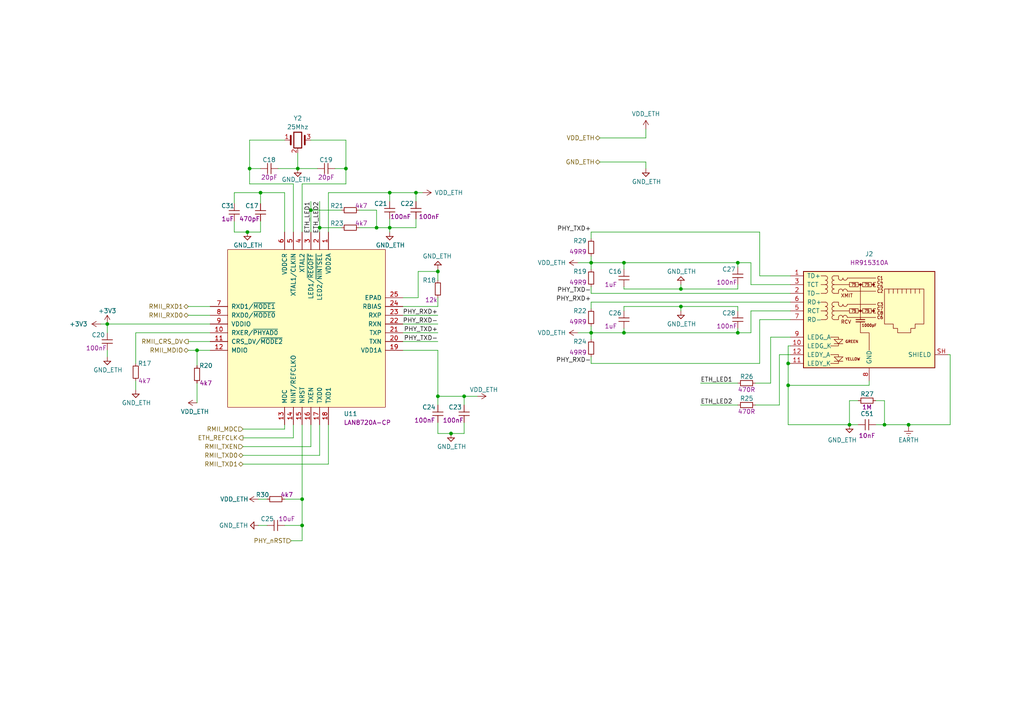
<source format=kicad_sch>
(kicad_sch (version 20230121) (generator eeschema)
  (paper "A4")
  (lib_symbols
    (symbol "DienLIB:C_0603" (pin_numbers hide) (pin_names (offset 0.254) hide)
      (property "Reference" "C" (at 0.254 1.778 0))
      (symbol "C_0603_1_1"
        (polyline (pts (xy -1.524 -0.508) (xy 1.524 -0.508)) (stroke (width 0.2)))
        (polyline (pts (xy -1.524 0.508) (xy 1.524 0.508)) (stroke (width 0.2)))
        (pin passive line (at 0 2.54 270) (length 2.032) (name "~") (number "1"))
        (pin passive line (at 0 -2.54 90) (length 2.032) (name "~") (number "2"))
      )
    )
    (symbol "DienLIB:Crystal_4pin" (pin_names (offset 1.016) hide)
      (property "Reference" "Y" (at 3.175 5.08 0))
      (property "Value" "Crystal_4pin" (at 3.175 3.175 0))
      (symbol "Crystal_4pin_0_1"
        (rectangle (start -1.143 2.286) (end 1.143 -2.286) (stroke (width 0.3048)))
        (polyline (pts (xy -2.54 0) (xy -2.032 0)))
        (polyline (pts (xy -2.032 -1.27) (xy -2.032 1.27)) (stroke (width 0.508)))
        (polyline (pts (xy 0 -2.54) (xy 0 -2.286)))
        (polyline (pts (xy 2.032 -1.27) (xy 2.032 1.27)) (stroke (width 0.508)))
        (polyline (pts (xy 2.032 0) (xy 2.54 0)))
      )
      (symbol "Crystal_4pin_1_1"
        (pin passive line (at -3.81 0 0) (length 1.27) (name "1") (number "1"))
        (pin passive line (at 0 -3.81 90) (length 1.27) (name "2") (number "2"))
        (pin passive line (at 3.81 0 180) (length 1.27) (name "3") (number "3"))
        (pin passive line (at 0 -3.81 90) (length 1.27) hide (name "4") (number "4"))
      )
    )
    (symbol "DienLIB:R_0603" (pin_numbers hide) (pin_names (offset 0.254) hide)
      (property "Reference" "R" (at 0.762 0.508 0))
      (symbol "R_0603_0_1"
        (rectangle (start -0.762 1.778) (end 0.762 -1.778) (stroke (width 0.2032)))
      )
      (symbol "R_0603_1_1"
        (pin passive line (at 0 2.54 270) (length 0.762) (name "~") (number "1"))
        (pin passive line (at 0 -2.54 90) (length 0.762) (name "~") (number "2"))
      )
    )
    (symbol "power:+3.3V" (power) (pin_names (offset 0))
      (property "Value" "+3.3V" (at 0 3.556 0))
      (symbol "+3.3V_0_1"
        (polyline (pts (xy -0.762 1.27) (xy 0 2.54)))
        (polyline (pts (xy 0 0) (xy 0 2.54)))
        (polyline (pts (xy 0 2.54) (xy 0.762 1.27)))
      )
      (symbol "+3.3V_1_1"
        (pin power_in line (at 0 0 90) (length 0) hide (name "+3V3") (number "1"))
      )
    )
    (symbol "power:+3V3" (power) (pin_names (offset 0))
      (property "Value" "+3V3" (at 0 3.556 0))
      (symbol "+3V3_0_1"
        (polyline (pts (xy -0.762 1.27) (xy 0 2.54)))
        (polyline (pts (xy 0 0) (xy 0 2.54)))
        (polyline (pts (xy 0 2.54) (xy 0.762 1.27)))
      )
      (symbol "+3V3_1_1"
        (pin power_in line (at 0 0 90) (length 0) hide (name "+3V3") (number "1"))
      )
    )
    (symbol "project:EARTH" (power) (in_bom no) (on_board no)
      (property "Value" "EARTH" (at 0 -3.81 0))
      (symbol "EARTH_0_1"
        (polyline (pts (xy -0.635 -1.905) (xy 0.635 -1.905)))
        (polyline (pts (xy -0.127 -2.54) (xy 0.127 -2.54)))
        (polyline (pts (xy 0 -1.27) (xy 0 0)))
        (polyline (pts (xy 1.27 -1.27) (xy -1.27 -1.27)))
      )
      (symbol "EARTH_1_1"
        (pin power_in line (at 0 0 270) (length 0) hide (name "EARTH") (number "1"))
      )
    )
    (symbol "project:GND_ETH" (power) (in_bom no) (on_board no)
      (property "Value" "GND_ETH" (at 0 -3.81 0))
      (symbol "GND_ETH_0_1"
        (polyline (pts (xy -1.016 -1.27) (xy 0 -2.286)) (stroke (width 0.2032)))
        (polyline (pts (xy 0 -2.286) (xy 1.016 -1.27)) (stroke (width 0.2032)))
        (polyline (pts (xy 0 -1.27) (xy 0 0)))
        (polyline (pts (xy 1.016 -1.27) (xy -1.016 -1.27) (xy -1.016 -1.27)) (stroke (width 0.2032)))
      )
      (symbol "GND_ETH_1_1"
        (pin power_in line (at 0 0 270) (length 0) hide (name "GND_ETH") (number "1"))
      )
    )
    (symbol "project:HR915310A" (pin_names (offset 1.016))
      (property "Reference" "J" (at -18.415 18.415 0))
      (property "Symbol" "HR915310A" (at 12.065 -13.97 0))
      (symbol "HR915310A_0_0"
        (circle (center -2.54 5.08) (radius 0.254) (stroke (width 0.254)) (fill (type outline)))
        (circle (center -2.54 12.7) (radius 0.254) (stroke (width 0.254)) (fill (type outline)))
        (polyline (pts (xy -7.62 -9.525) (xy -10.16 -9.525)))
        (polyline (pts (xy -7.62 -4.445) (xy -10.16 -4.445)))
        (polyline (pts (xy -2.54 12.7) (xy -2.54 2.54)))
        (polyline (pts (xy -1.27 1.905) (xy -3.81 1.905)) (stroke (width 0.254)))
        (polyline (pts (xy -1.27 2.54) (xy -3.81 2.54)) (stroke (width 0.254)))
        (polyline (pts (xy 1.27 5.08) (xy 0.635 5.08)))
        (polyline (pts (xy 1.27 12.7) (xy 0.635 12.7)))
        (polyline (pts (xy -11.176 -10.16) (xy -8.89 -10.16) (xy -8.89 -9.525)))
        (polyline (pts (xy -11.176 -7.62) (xy -8.89 -7.62) (xy -8.89 -8.255)))
        (polyline (pts (xy -11.176 -2.54) (xy -8.89 -2.54) (xy -8.89 -3.175)))
        (polyline (pts (xy -8.89 -4.445) (xy -8.89 -5.08) (xy -11.176 -5.08)))
        (polyline (pts (xy -10.16 -3.175) (xy -7.62 -3.175) (xy -8.89 -4.445) (xy -10.16 -3.175)))
        (polyline (pts (xy -7.62 -8.255) (xy -10.16 -8.255) (xy -8.89 -9.525) (xy -7.62 -8.255)))
        (polyline (pts (xy -2.54 1.905) (xy -2.54 -1.27) (xy 0 -1.27) (xy 0 -6.35)))
        (polyline (pts (xy 1.905 5.715) (xy 1.27 5.715) (xy 1.27 4.445) (xy 1.905 4.445)))
        (polyline (pts (xy 1.905 13.335) (xy 1.27 13.335) (xy 1.27 12.065) (xy 1.905 12.065)))
        (circle (center 1.27 5.08) (radius 0.254) (stroke (width 0.254)) (fill (type outline)))
        (circle (center 1.27 12.7) (radius 0.254) (stroke (width 0.254)) (fill (type outline)))
        (text "1000pF" (at 0 0.889 0) (effects (font (size 0.762 0.762))))
        (text "75" (at -4.445 5.08 0) (effects (font (size 0.762 0.762))))
        (text "75" (at -4.445 12.7 0) (effects (font (size 0.762 0.762))))
        (text "75" (at -0.635 5.08 0) (effects (font (size 0.762 0.762))))
        (text "75" (at -0.635 12.7 0) (effects (font (size 0.762 0.762))))
        (text "C1" (at 3.175 14.605 0) (effects (font (size 0.889 0.889))))
        (text "C2" (at 3.175 10.795 0) (effects (font (size 0.889 0.889))))
        (text "C3" (at 3.175 6.985 0) (effects (font (size 0.889 0.889))))
        (text "C4" (at 3.175 13.335 0) (effects (font (size 0.889 0.889))))
        (text "C5" (at 3.175 12.065 0) (effects (font (size 0.889 0.889))))
        (text "C6" (at 3.175 3.175 0) (effects (font (size 0.889 0.889))))
        (text "C7" (at 3.175 5.715 0) (effects (font (size 0.889 0.889))))
        (text "C8" (at 3.175 4.445 0) (effects (font (size 0.889 0.889))))
        (text "GREEN" (at -6.985 -3.81 0) (effects (font (size 0.762 0.762)) (justify left)))
        (text "RCV" (at -8.255 1.905 0) (effects (font (size 1.016 1.016)) (justify left)))
        (text "XMIT" (at -8.255 9.525 0) (effects (font (size 1.016 1.016)) (justify left)))
        (text "YELLOW" (at -6.985 -8.89 0) (effects (font (size 0.762 0.762)) (justify left)))
      )
      (symbol "HR915310A_0_1"
        (rectangle (start -19.05 -11.43) (end 19.05 16.51) (stroke (width 0.254)) (fill (type background)))
        (arc (start -12.7 2.54) (mid -12.0677 3.175) (end -12.7 3.81))
        (arc (start -12.7 3.81) (mid -12.0677 4.445) (end -12.7 5.08))
        (arc (start -12.7 5.08) (mid -12.0677 5.715) (end -12.7 6.35))
        (arc (start -12.7 6.35) (mid -12.0677 6.985) (end -12.7 7.62))
        (arc (start -12.7 10.16) (mid -12.0677 10.795) (end -12.7 11.43))
        (arc (start -12.7 11.43) (mid -12.0677 12.065) (end -12.7 12.7))
        (arc (start -12.7 12.7) (mid -12.0677 13.335) (end -12.7 13.97))
        (arc (start -12.7 13.97) (mid -12.0677 14.605) (end -12.7 15.24))
        (arc (start -10.16 3.81) (mid -10.7923 3.175) (end -10.16 2.54))
        (arc (start -10.16 5.08) (mid -10.7923 4.445) (end -10.16 3.81))
        (arc (start -10.16 6.35) (mid -10.7923 5.715) (end -10.16 5.08))
        (arc (start -10.16 7.62) (mid -10.7923 6.985) (end -10.16 6.35))
        (arc (start -10.16 11.43) (mid -10.7923 10.795) (end -10.16 10.16))
        (arc (start -10.16 12.7) (mid -10.7923 12.065) (end -10.16 11.43))
        (arc (start -10.16 13.97) (mid -10.7923 13.335) (end -10.16 12.7))
        (arc (start -10.16 15.24) (mid -10.7923 14.605) (end -10.16 13.97))
        (arc (start -8.89 6.985) (mid -8.255 6.3527) (end -7.62 6.985))
        (arc (start -8.89 14.605) (mid -8.255 13.9727) (end -7.62 14.605))
        (arc (start -7.62 3.175) (mid -8.255 3.8073) (end -8.89 3.175))
        (arc (start -7.62 6.985) (mid -6.985 6.3527) (end -6.35 6.985))
        (arc (start -7.62 10.795) (mid -8.255 11.4273) (end -8.89 10.795))
        (arc (start -7.62 14.605) (mid -6.985 13.9727) (end -6.35 14.605))
        (arc (start -6.35 3.175) (mid -6.985 3.8073) (end -7.62 3.175))
        (arc (start -6.35 10.795) (mid -6.985 11.4273) (end -7.62 10.795))
        (rectangle (start -5.715 5.715) (end -3.175 4.445))
        (rectangle (start -5.715 13.335) (end -3.175 12.065))
        (rectangle (start -1.905 5.715) (end 0.635 4.445))
        (rectangle (start -1.905 13.335) (end 0.635 12.065))
        (polyline (pts (xy -12.7 2.54) (xy -13.97 2.54)))
        (polyline (pts (xy -12.7 5.08) (xy -13.97 5.08)))
        (polyline (pts (xy -12.7 7.62) (xy -13.97 7.62)))
        (polyline (pts (xy -12.7 10.16) (xy -13.97 10.16)))
        (polyline (pts (xy -12.7 12.7) (xy -13.97 12.7)))
        (polyline (pts (xy -12.7 15.24) (xy -13.97 15.24)))
        (polyline (pts (xy -6.35 3.175) (xy 1.905 3.175)))
        (polyline (pts (xy -6.35 6.985) (xy 1.905 6.985)))
        (polyline (pts (xy -6.35 10.795) (xy 1.905 10.795)))
        (polyline (pts (xy -6.35 14.605) (xy 1.905 14.605)))
        (polyline (pts (xy -5.715 5.08) (xy -10.16 5.08)))
        (polyline (pts (xy -5.715 12.7) (xy -10.16 12.7)))
        (polyline (pts (xy -3.175 5.08) (xy -1.905 5.08)))
        (polyline (pts (xy -3.175 12.7) (xy -1.905 12.7)))
        (polyline (pts (xy 5.715 10.16) (xy 5.715 11.43)))
        (polyline (pts (xy 6.985 11.43) (xy 6.985 10.16)))
        (polyline (pts (xy 8.255 11.43) (xy 8.255 10.16)))
        (polyline (pts (xy 9.525 11.43) (xy 9.525 10.16)))
        (polyline (pts (xy 10.795 11.43) (xy 10.795 10.16)))
        (polyline (pts (xy 12.065 11.43) (xy 12.065 10.16)))
        (polyline (pts (xy 13.335 10.16) (xy 13.335 11.43)))
        (polyline (pts (xy 14.605 10.16) (xy 14.605 11.43)))
        (polyline (pts (xy -10.16 7.62) (xy -8.89 7.62) (xy -8.89 6.985)))
        (polyline (pts (xy -10.16 15.24) (xy -8.89 15.24) (xy -8.89 14.605)))
        (polyline (pts (xy -8.89 3.175) (xy -8.89 2.54) (xy -10.16 2.54)))
        (polyline (pts (xy -8.89 10.795) (xy -8.89 10.16) (xy -10.16 10.16)))
        (polyline (pts (xy 4.445 11.43) (xy 15.875 11.43) (xy 15.875 1.27) (xy 13.335 1.27) (xy 13.335 0) (xy 12.065 0) (xy 12.065 -1.27) (xy 8.255 -1.27) (xy 8.255 0) (xy 6.985 0) (xy 6.985 1.27) (xy 4.445 1.27) (xy 4.445 11.43)))
      )
      (symbol "HR915310A_1_1"
        (pin passive line (at -22.86 15.24 0) (length 3.81) (name "TD+") (number "1"))
        (pin passive line (at -22.86 -5.08 0) (length 3.81) (name "LEDG_K") (number "10"))
        (pin passive line (at -22.86 -10.16 0) (length 3.81) (name "LEDY_K") (number "11"))
        (pin passive line (at -22.86 -7.62 0) (length 3.81) (name "LEDY_A") (number "12"))
        (pin passive line (at -22.86 10.16 0) (length 3.81) (name "TD-") (number "2"))
        (pin passive line (at -22.86 12.7 0) (length 3.81) (name "TCT") (number "3"))
        (pin no_connect line (at -8.89 0 0) (length 0) hide (name "NC") (number "4"))
        (pin passive line (at -22.86 5.08 0) (length 3.81) (name "RCT") (number "5"))
        (pin passive line (at -22.86 7.62 0) (length 3.81) (name "RD+") (number "6"))
        (pin passive line (at -22.86 2.54 0) (length 3.81) (name "RD-") (number "7"))
        (pin power_in line (at 0 -15.24 90) (length 3.81) (name "GND") (number "8"))
        (pin passive line (at -22.86 -2.54 0) (length 3.81) (name "LEDG_A") (number "9"))
        (pin passive line (at 22.86 -7.62 180) (length 3.81) (name "SHIELD") (number "SH"))
      )
    )
    (symbol "project:LAN8720A-CP" (pin_names (offset 1.016))
      (property "Reference" "U" (at -20.955 24.765 0))
      (property "Symbol" "LAN8720A-CP" (at 15.875 -24.765 0))
      (symbol "LAN8720A-CP_0_0"
        (pin passive line (at -27.94 6.35 0) (length 5.08) (name "VDD2A") (number "1"))
        (pin passive line (at 1.27 -27.94 90) (length 5.08) (name "RXER/~{PHYAD0}") (number "10"))
        (pin passive line (at 3.81 -27.94 90) (length 5.08) (name "CRS_DV/~{MODE2}") (number "11"))
        (pin passive line (at 6.35 -27.94 90) (length 5.08) (name "MDIO") (number "12"))
        (pin passive line (at 27.94 -6.35 180) (length 5.08) (name "MDC") (number "13"))
        (pin passive line (at 27.94 -3.81 180) (length 5.08) (name "NINT/REFCLKO") (number "14"))
        (pin passive line (at 27.94 -1.27 180) (length 5.08) (name "NRST") (number "15"))
        (pin passive line (at 27.94 1.27 180) (length 5.08) (name "TXEN") (number "16"))
        (pin passive line (at 27.94 3.81 180) (length 5.08) (name "TXD0") (number "17"))
        (pin passive line (at 27.94 6.35 180) (length 5.08) (name "TXD1") (number "18"))
        (pin passive line (at 6.35 27.94 270) (length 5.08) (name "VDD1A") (number "19"))
        (pin passive line (at -27.94 3.81 0) (length 5.08) (name "LED2/~{NINTSEL}") (number "2"))
        (pin passive line (at 3.81 27.94 270) (length 5.08) (name "TXN") (number "20"))
        (pin passive line (at 1.27 27.94 270) (length 5.08) (name "TXP") (number "21"))
        (pin passive line (at -1.27 27.94 270) (length 5.08) (name "RXN") (number "22"))
        (pin passive line (at -3.81 27.94 270) (length 5.08) (name "RXP") (number "23"))
        (pin passive line (at -6.35 27.94 270) (length 5.08) (name "RBIAS") (number "24"))
        (pin passive line (at -8.89 27.94 270) (length 5.08) (name "EPAD") (number "25"))
        (pin passive line (at -27.94 1.27 0) (length 5.08) (name "LED1/~{REGOFF}") (number "3"))
        (pin passive line (at -27.94 -1.27 0) (length 5.08) (name "XTAL2") (number "4"))
        (pin passive line (at -27.94 -3.81 0) (length 5.08) (name "XTAL1/CLKIN") (number "5"))
        (pin passive line (at -27.94 -6.35 0) (length 5.08) (name "VDDCR") (number "6"))
        (pin passive line (at -6.35 -27.94 90) (length 5.08) (name "RXD1/~{MODE1}") (number "7"))
        (pin passive line (at -3.81 -27.94 90) (length 5.08) (name "RXD0/~{MODE0}") (number "8"))
        (pin passive line (at -1.27 -27.94 90) (length 5.08) (name "VDDIO") (number "9"))
      )
      (symbol "LAN8720A-CP_0_1"
        (polyline (pts (xy -22.86 22.86) (xy 22.86 22.86) (xy 22.86 -22.86) (xy -22.86 -22.86) (xy -22.86 22.86)) (stroke (width 0.1524)) (fill (type background)))
      )
    )
    (symbol "project:VDD_ETH" (power) (in_bom no) (on_board no)
      (property "Value" "VDD_ETH" (at 0 -1.27 0))
      (symbol "VDD_ETH_0_0"
        (pin power_in line (at 0 0 90) (length 0) hide (name "VDD_ETH") (number "1"))
      )
      (symbol "VDD_ETH_0_1"
        (polyline (pts (xy -0.762 1.27) (xy 0 2.54)))
        (polyline (pts (xy 0 0) (xy 0 2.54)))
        (polyline (pts (xy 0 2.54) (xy 0.762 1.27)))
      )
    )
  )
  (junction (at 263.525 123.19))
  (junction (at 197.485 88.9))
  (junction (at 75.565 55.88))
  (junction (at 57.15 101.6))
  (junction (at 86.36 48.895))
  (junction (at 87.63 152.4))
  (junction (at 228.6 111.76))
  (junction (at 72.39 48.895))
  (junction (at 180.975 76.2))
  (junction (at 71.755 67.31))
  (junction (at 171.45 96.52))
  (junction (at 134.62 114.935))
  (junction (at 92.71 66.04))
  (junction (at 109.22 66.04))
  (junction (at 90.17 60.96))
  (junction (at 180.975 96.52))
  (junction (at 246.38 123.19))
  (junction (at 113.03 66.04))
  (junction (at 120.65 55.88))
  (junction (at 113.03 55.88))
  (junction (at 127 78.74))
  (junction (at 130.81 125.73))
  (junction (at 87.63 144.78))
  (junction (at 213.995 76.2))
  (junction (at 31.115 93.98))
  (junction (at 256.54 123.19))
  (junction (at 213.995 96.52))
  (junction (at 127 114.935))
  (junction (at 100.33 48.895))
  (junction (at 171.45 76.2))
  (junction (at 228.6 105.41))
  (junction (at 197.485 83.82))
  (wire (pts (xy 71.755 67.31) (xy 75.565 67.31)))
  (wire (pts (xy 87.63 53.34) (xy 100.33 53.34)))
  (wire (pts (xy 220.345 92.71) (xy 229.235 92.71)))
  (wire (pts (xy 87.63 53.34) (xy 87.63 67.31)))
  (wire (pts (xy 219.075 117.475) (xy 226.06 117.475)))
  (wire (pts (xy 228.6 105.41) (xy 228.6 111.76)))
  (wire (pts (xy 31.115 93.98) (xy 60.96 93.98)))
  (wire (pts (xy 31.115 101.6) (xy 31.115 103.505)))
  (wire (pts (xy 220.345 80.01) (xy 220.345 67.31)))
  (wire (pts (xy 113.03 66.04) (xy 120.65 66.04)))
  (wire (pts (xy 134.62 122.555) (xy 134.62 125.73)))
  (wire (pts (xy 92.71 66.04) (xy 99.06 66.04)))
  (wire (pts (xy 29.21 93.98) (xy 31.115 93.98)))
  (wire (pts (xy 127 93.98) (xy 116.84 93.98)))
  (wire (pts (xy 213.995 76.2) (xy 213.995 77.47)))
  (wire (pts (xy 113.03 63.5) (xy 113.03 66.04)))
  (wire (pts (xy 120.65 55.88) (xy 120.65 58.42)))
  (wire (pts (xy 104.14 66.04) (xy 109.22 66.04)))
  (wire (pts (xy 180.975 88.9) (xy 197.485 88.9)))
  (wire (pts (xy 82.55 152.4) (xy 87.63 152.4)))
  (wire (pts (xy 223.52 97.79) (xy 229.235 97.79)))
  (wire (pts (xy 167.64 96.52) (xy 171.45 96.52)))
  (wire (pts (xy 228.6 111.76) (xy 252.095 111.76)))
  (wire (pts (xy 113.03 55.88) (xy 113.03 58.42)))
  (wire (pts (xy 228.6 100.33) (xy 228.6 105.41)))
  (wire (pts (xy 180.975 83.82) (xy 197.485 83.82)))
  (wire (pts (xy 228.6 111.76) (xy 228.6 123.19)))
  (wire (pts (xy 203.2 111.125) (xy 213.995 111.125)))
  (wire (pts (xy 92.71 66.04) (xy 92.71 67.31)))
  (wire (pts (xy 263.525 123.19) (xy 275.59 123.19)))
  (wire (pts (xy 171.45 67.31) (xy 171.45 69.215)))
  (wire (pts (xy 72.39 53.34) (xy 72.39 48.895)))
  (wire (pts (xy 197.485 83.82) (xy 213.995 83.82)))
  (wire (pts (xy 116.84 86.36) (xy 121.285 86.36)))
  (wire (pts (xy 180.975 76.2) (xy 180.975 78.105)))
  (wire (pts (xy 171.45 96.52) (xy 180.975 96.52)))
  (wire (pts (xy 187.325 37.465) (xy 187.325 40.005)))
  (wire (pts (xy 127 78.74) (xy 127 81.28)))
  (wire (pts (xy 57.15 101.6) (xy 60.96 101.6)))
  (wire (pts (xy 171.45 76.2) (xy 171.45 78.105)))
  (wire (pts (xy 87.63 144.78) (xy 87.63 152.4)))
  (wire (pts (xy 116.84 101.6) (xy 127 101.6)))
  (wire (pts (xy 39.37 110.49) (xy 39.37 113.03)))
  (wire (pts (xy 100.33 40.64) (xy 100.33 48.895)))
  (wire (pts (xy 39.37 105.41) (xy 39.37 96.52)))
  (wire (pts (xy 31.115 93.98) (xy 31.115 96.52)))
  (wire (pts (xy 171.45 87.63) (xy 171.45 89.535)))
  (wire (pts (xy 92.71 58.42) (xy 92.71 66.04)))
  (wire (pts (xy 85.09 67.31) (xy 85.09 53.34)))
  (wire (pts (xy 120.65 63.5) (xy 120.65 66.04)))
  (wire (pts (xy 100.33 53.34) (xy 100.33 48.895)))
  (wire (pts (xy 275.59 102.87) (xy 275.59 123.19)))
  (wire (pts (xy 72.39 48.895) (xy 72.39 40.64)))
  (wire (pts (xy 223.52 111.125) (xy 223.52 97.79)))
  (wire (pts (xy 74.93 144.78) (xy 77.47 144.78)))
  (wire (pts (xy 95.25 123.19) (xy 95.25 134.62)))
  (wire (pts (xy 54.61 101.6) (xy 57.15 101.6)))
  (wire (pts (xy 90.17 58.42) (xy 90.17 60.96)))
  (wire (pts (xy 130.81 125.73) (xy 134.62 125.73)))
  (wire (pts (xy 82.55 123.19) (xy 82.55 124.46)))
  (wire (pts (xy 75.565 64.135) (xy 75.565 67.31)))
  (wire (pts (xy 171.45 85.09) (xy 229.235 85.09)))
  (wire (pts (xy 90.17 60.96) (xy 99.06 60.96)))
  (wire (pts (xy 171.45 74.295) (xy 171.45 76.2)))
  (wire (pts (xy 220.345 92.71) (xy 220.345 105.41)))
  (wire (pts (xy 246.38 116.205) (xy 246.38 123.19)))
  (wire (pts (xy 134.62 114.935) (xy 134.62 117.475)))
  (wire (pts (xy 213.995 88.9) (xy 213.995 90.17)))
  (wire (pts (xy 226.06 102.87) (xy 226.06 117.475)))
  (wire (pts (xy 67.945 55.88) (xy 67.945 59.055)))
  (wire (pts (xy 90.17 40.64) (xy 100.33 40.64)))
  (wire (pts (xy 85.09 123.19) (xy 85.09 127)))
  (wire (pts (xy 171.45 83.185) (xy 171.45 85.09)))
  (wire (pts (xy 70.485 132.08) (xy 92.71 132.08)))
  (wire (pts (xy 72.39 48.895) (xy 75.565 48.895)))
  (wire (pts (xy 127 99.06) (xy 116.84 99.06)))
  (wire (pts (xy 171.45 87.63) (xy 229.235 87.63)))
  (wire (pts (xy 197.485 82.55) (xy 197.485 83.82)))
  (wire (pts (xy 171.45 96.52) (xy 171.45 98.425)))
  (wire (pts (xy 67.945 64.135) (xy 67.945 67.31)))
  (wire (pts (xy 70.485 127) (xy 85.09 127)))
  (wire (pts (xy 57.15 111.125) (xy 57.15 116.84)))
  (wire (pts (xy 127 101.6) (xy 127 114.935)))
  (wire (pts (xy 54.61 88.9) (xy 60.96 88.9)))
  (wire (pts (xy 104.14 60.96) (xy 109.22 60.96)))
  (wire (pts (xy 82.55 67.31) (xy 82.55 55.88)))
  (wire (pts (xy 256.54 123.19) (xy 263.525 123.19)))
  (wire (pts (xy 246.38 123.19) (xy 248.92 123.19)))
  (wire (pts (xy 173.99 46.99) (xy 187.325 46.99)))
  (wire (pts (xy 213.995 82.55) (xy 213.995 83.82)))
  (wire (pts (xy 120.65 55.88) (xy 122.555 55.88)))
  (wire (pts (xy 127 88.9) (xy 116.84 88.9)))
  (wire (pts (xy 180.975 76.2) (xy 213.995 76.2)))
  (wire (pts (xy 75.565 55.88) (xy 75.565 59.055)))
  (wire (pts (xy 219.075 111.125) (xy 223.52 111.125)))
  (wire (pts (xy 85.09 53.34) (xy 72.39 53.34)))
  (wire (pts (xy 127 91.44) (xy 116.84 91.44)))
  (wire (pts (xy 127 78.105) (xy 127 78.74)))
  (wire (pts (xy 167.64 76.2) (xy 171.45 76.2)))
  (wire (pts (xy 75.565 55.88) (xy 82.55 55.88)))
  (wire (pts (xy 87.63 144.78) (xy 87.63 123.19)))
  (wire (pts (xy 127 86.36) (xy 127 88.9)))
  (wire (pts (xy 92.71 123.19) (xy 92.71 132.08)))
  (wire (pts (xy 180.975 95.25) (xy 180.975 96.52)))
  (wire (pts (xy 187.325 46.99) (xy 187.325 48.895)))
  (wire (pts (xy 127 96.52) (xy 116.84 96.52)))
  (wire (pts (xy 57.15 101.6) (xy 57.15 106.045)))
  (wire (pts (xy 90.17 60.96) (xy 90.17 67.31)))
  (wire (pts (xy 127 122.555) (xy 127 125.73)))
  (wire (pts (xy 228.6 123.19) (xy 246.38 123.19)))
  (wire (pts (xy 197.485 88.9) (xy 197.485 90.17)))
  (wire (pts (xy 171.45 94.615) (xy 171.45 96.52)))
  (wire (pts (xy 95.25 55.88) (xy 95.25 67.31)))
  (wire (pts (xy 213.995 95.25) (xy 213.995 96.52)))
  (wire (pts (xy 217.805 90.17) (xy 217.805 96.52)))
  (wire (pts (xy 217.805 82.55) (xy 229.235 82.55)))
  (wire (pts (xy 197.485 88.9) (xy 213.995 88.9)))
  (wire (pts (xy 97.155 48.895) (xy 100.33 48.895)))
  (wire (pts (xy 213.995 96.52) (xy 217.805 96.52)))
  (wire (pts (xy 263.525 123.19) (xy 263.525 123.825)))
  (wire (pts (xy 203.2 117.475) (xy 213.995 117.475)))
  (wire (pts (xy 180.975 83.185) (xy 180.975 83.82)))
  (wire (pts (xy 138.43 114.935) (xy 134.62 114.935)))
  (wire (pts (xy 90.17 123.19) (xy 90.17 129.54)))
  (wire (pts (xy 113.03 55.88) (xy 120.65 55.88)))
  (wire (pts (xy 127 114.935) (xy 127 117.475)))
  (wire (pts (xy 171.45 76.2) (xy 180.975 76.2)))
  (wire (pts (xy 254 123.19) (xy 256.54 123.19)))
  (wire (pts (xy 217.805 90.17) (xy 229.235 90.17)))
  (wire (pts (xy 95.25 55.88) (xy 113.03 55.88)))
  (wire (pts (xy 171.45 67.31) (xy 220.345 67.31)))
  (wire (pts (xy 173.99 40.005) (xy 187.325 40.005)))
  (wire (pts (xy 70.485 134.62) (xy 95.25 134.62)))
  (wire (pts (xy 113.03 67.31) (xy 113.03 66.04)))
  (wire (pts (xy 134.62 114.935) (xy 127 114.935)))
  (wire (pts (xy 67.945 55.88) (xy 75.565 55.88)))
  (wire (pts (xy 70.485 129.54) (xy 90.17 129.54)))
  (wire (pts (xy 229.235 102.87) (xy 226.06 102.87)))
  (wire (pts (xy 54.61 99.06) (xy 60.96 99.06)))
  (wire (pts (xy 171.45 103.505) (xy 171.45 105.41)))
  (wire (pts (xy 229.235 105.41) (xy 228.6 105.41)))
  (wire (pts (xy 256.54 123.19) (xy 256.54 116.205)))
  (wire (pts (xy 121.285 78.74) (xy 127 78.74)))
  (wire (pts (xy 72.39 40.64) (xy 82.55 40.64)))
  (wire (pts (xy 246.38 116.205) (xy 248.92 116.205)))
  (wire (pts (xy 217.805 82.55) (xy 217.805 76.2)))
  (wire (pts (xy 213.995 76.2) (xy 217.805 76.2)))
  (wire (pts (xy 80.645 48.895) (xy 86.36 48.895)))
  (wire (pts (xy 86.36 48.895) (xy 92.075 48.895)))
  (wire (pts (xy 229.235 100.33) (xy 228.6 100.33)))
  (wire (pts (xy 180.975 88.9) (xy 180.975 90.17)))
  (wire (pts (xy 127 125.73) (xy 130.81 125.73)))
  (wire (pts (xy 109.22 66.04) (xy 113.03 66.04)))
  (wire (pts (xy 171.45 105.41) (xy 220.345 105.41)))
  (wire (pts (xy 87.63 156.845) (xy 87.63 152.4)))
  (wire (pts (xy 86.36 44.45) (xy 86.36 48.895)))
  (wire (pts (xy 82.55 144.78) (xy 87.63 144.78)))
  (wire (pts (xy 180.975 96.52) (xy 213.995 96.52)))
  (wire (pts (xy 74.93 152.4) (xy 77.47 152.4)))
  (wire (pts (xy 109.22 60.96) (xy 109.22 66.04)))
  (wire (pts (xy 84.455 156.845) (xy 87.63 156.845)))
  (wire (pts (xy 252.095 110.49) (xy 252.095 111.76)))
  (wire (pts (xy 70.485 124.46) (xy 82.55 124.46)))
  (wire (pts (xy 220.345 80.01) (xy 229.235 80.01)))
  (wire (pts (xy 121.285 86.36) (xy 121.285 78.74)))
  (wire (pts (xy 274.955 102.87) (xy 275.59 102.87)))
  (wire (pts (xy 39.37 96.52) (xy 60.96 96.52)))
  (wire (pts (xy 67.945 67.31) (xy 71.755 67.31)))
  (wire (pts (xy 54.61 91.44) (xy 60.96 91.44)))
  (wire (pts (xy 254 116.205) (xy 256.54 116.205)))
  (label "ETH_LED1" (at 90.17 58.42 270))
  (label "PHY_TXD+" (at 171.45 67.31 180))
  (label "ETH_LED2" (at 203.2 117.475 0))
  (label "PHY_TXD-" (at 171.45 85.09 180))
  (label "ETH_LED2" (at 92.71 58.42 270))
  (label "PHY_TXD+" (at 127 96.52 180))
  (label "ETH_LED1" (at 203.2 111.125 0))
  (label "PHY_RXD+" (at 171.45 87.63 180))
  (label "PHY_RXD+" (at 127 91.44 180))
  (label "PHY_TXD-" (at 127 99.06 180))
  (label "PHY_RXD-" (at 127 93.98 180))
  (label "PHY_RXD-" (at 171.45 105.41 180))
  (hierarchical_label "ETH_REFCLK" (shape output) (at 70.485 127 180))
  (hierarchical_label "RMII_TXD1" (shape bidirectional) (at 70.485 134.62 180))
  (hierarchical_label "VDD_ETH" (shape bidirectional) (at 173.99 40.005 180))
  (hierarchical_label "RMII_RXD1" (shape bidirectional) (at 54.61 88.9 180))
  (hierarchical_label "RMII_RXD0" (shape bidirectional) (at 54.61 91.44 180))
  (hierarchical_label "RMII_TXD0" (shape bidirectional) (at 70.485 132.08 180))
  (hierarchical_label "RMII_MDIO" (shape bidirectional) (at 54.61 101.6 180))
  (hierarchical_label "PHY_nRST" (shape input) (at 84.455 156.845 180))
  (hierarchical_label "RMII_MDC" (shape input) (at 70.485 124.46 180))
  (hierarchical_label "GND_ETH" (shape bidirectional) (at 173.99 46.99 180))
  (hierarchical_label "RMII_TXEN" (shape input) (at 70.485 129.54 180))
  (hierarchical_label "RMII_CRS_DV" (shape output) (at 54.61 99.06 180))
  (symbol (lib_id "DienLIB:C_0603") (at 134.62 120.015 180) (unit 1)
    (property "Reference" "C23" (at 133.985 118.11 0) (effects (justify left)))
    (property "Value" "100nF_50V" (effects hide))
    (property "Footprint" "DienLIB:C_0603" (effects hide))
    (property "symbol" "100nF" (at 131.445 121.92 0))
  )
  (symbol (lib_id "project:GND_ETH") (at 74.93 152.4 270) (unit 1) (in_bom no) (on_board no)
    (property "Reference" "#PWR034" (effects hide))
    (property "Value" "GND_ETH" (at 63.5 152.4 90) (effects (justify left)))
    (instances (project "gateway" (path "" (reference "#PWR034") (unit 1))) (project "main" (path "" (reference "#PWR065") (unit 1))))
  )
  (symbol (lib_id "DienLIB:R_0603") (at 171.45 92.075 180) (unit 1)
    (property "Reference" "R22" (at 170.18 90.17 0) (effects (justify left)))
    (property "Value" "49R9_1%_0.1W" (effects hide))
    (property "Footprint" "DienLIB:R_0603" (effects hide))
    (property "symbol" "49R9" (at 167.64 93.345 0))
  )
  (symbol (lib_id "DienLIB:C_0603") (at 67.945 61.595 0) (unit 1)
    (property "Reference" "C31" (at 64.135 59.69 0) (effects (justify left)))
    (property "Value" "1uF_50V" (effects hide))
    (property "Footprint" "DienLIB:C_0603" (effects hide))
    (property "symbol" "1uF" (at 66.04 63.5 0))
  )
  (symbol (lib_id "project:VDD_ETH") (at 167.64 76.2 90) (unit 1) (in_bom no) (on_board no)
    (property "Reference" "#PWR043" (effects hide))
    (property "Value" "VDD_ETH" (at 160.02 76.2 90))
    (instances (project "gateway" (path "" (reference "#PWR043") (unit 1))) (project "main" (path "" (reference "#PWR052") (unit 1))))
  )
  (symbol (lib_id "DienLIB:C_0603") (at 31.115 99.06 180) (unit 1)
    (property "Reference" "C20" (at 30.48 97.155 0) (effects (justify left)))
    (property "Value" "100nF_50V" (effects hide))
    (property "Footprint" "DienLIB:C_0603" (effects hide))
    (property "symbol" "100nF" (at 27.94 100.965 0))
  )
  (symbol (lib_id "DienLIB:C_0603") (at 80.01 152.4 270) (unit 1)
    (property "Reference" "C25" (at 75.565 150.495 90) (effects (justify left)))
    (property "Value" "10uF_50V" (effects hide))
    (property "Footprint" "DienLIB:C_0603" (effects hide))
    (property "symbol" "10uF" (at 83.185 150.495 90))
  )
  (symbol (lib_id "project:HR915310A") (at 252.095 95.25 0) (unit 1)
    (property "Reference" "J2" (at 252.095 73.66 0))
    (property "Value" "HR915310A" (effects hide))
    (property "Footprint" "DienLIB:Ethernet-Conn_HR911105A" (effects hide))
    (property "Datasheet" "https://datasheet.lcsc.com/lcsc/2103161035_HANRUN-Zhongshan-HanRun-Elec-HR915310A_C2760326.pdf" (effects hide))
    (property "Symbol" "HR915310A" (at 252.095 76.2 0))
    (property "Mfg Part" "HR915310A" (effects hide))
    (property "Note" "https://lcsc.com/product-detail/Ethernet-Connectors-Modular-Connectors-RJ45-RJ11_HANRUN-Zhongshan-HanRun-Elec-HR915310A_C2760326.html" (effects hide))
    (property "Manufacturer" "HANRUN(Zhongshan HanRun Elec)" (effects hide))
    (property "Package" "Through Hole" (effects hide))
    (property "Description" "Tên trong codebook" (effects hide))
    (property "Codebook" "Codebook đăng kí ở solarBK" (effects hide))
    (property "Substitute" "Link mua hàng từ thegioiic,.. (nhà cung cấp trong nước)" (effects hide))
    (instances (project "gateway" (path "" (reference "J2") (unit 1))) (project "main" (path "" (reference "J4") (unit 1))))
  )
  (symbol (lib_id "project:GND_ETH") (at 86.36 48.895 0) (unit 1) (in_bom no) (on_board no)
    (property "Reference" "#PWR036" (effects hide))
    (property "Value" "GND_ETH" (at 90.17 52.07 0) (effects (justify right)))
    (instances (project "gateway" (path "" (reference "#PWR036") (unit 1))) (project "main" (path "" (reference "#PWR046") (unit 1))))
  )
  (symbol (lib_id "project:GND_ETH") (at 130.81 125.73 0) (unit 1) (in_bom no) (on_board no)
    (property "Reference" "#PWR041" (effects hide))
    (property "Value" "GND_ETH" (at 135.255 129.54 0) (effects (justify right)))
    (instances (project "gateway" (path "" (reference "#PWR041") (unit 1))) (project "main" (path "" (reference "#PWR061") (unit 1))))
  )
  (symbol (lib_id "project:VDD_ETH") (at 167.64 96.52 90) (unit 1) (in_bom no) (on_board no)
    (property "Reference" "#PWR044" (effects hide))
    (property "Value" "VDD_ETH" (at 160.02 96.52 90))
    (instances (project "gateway" (path "" (reference "#PWR044") (unit 1))) (project "main" (path "" (reference "#PWR057") (unit 1))))
  )
  (symbol (lib_id "DienLIB:C_0603") (at 78.105 48.895 90) (unit 1)
    (property "Reference" "C18" (at 80.01 46.355 90) (effects (justify left)))
    (property "Value" "20pF_50V" (effects hide))
    (property "Footprint" "DienLIB:C_0603" (effects hide))
    (property "symbol" "20pF" (at 78.105 51.435 90))
  )
  (symbol (lib_id "DienLIB:R_0603") (at 127 83.82 0) (unit 1)
    (property "Reference" "R18" (at 122.555 81.28 0) (effects (justify left)))
    (property "Value" "12k_1%_0.1W" (effects hide))
    (property "Footprint" "DienLIB:R_0603" (effects hide))
    (property "symbol" "12k" (at 125.095 86.995 0))
  )
  (symbol (lib_id "project:GND_ETH") (at 197.485 82.55 180) (unit 1) (in_bom no) (on_board no)
    (property "Reference" "#PWR047" (effects hide))
    (property "Value" "GND_ETH" (at 201.93 78.74 0) (effects (justify left)))
    (instances (project "gateway" (path "" (reference "#PWR047") (unit 1))) (project "main" (path "" (reference "#PWR053") (unit 1))))
  )
  (symbol (lib_id "DienLIB:R_0603") (at 80.01 144.78 90) (unit 1)
    (property "Reference" "R30" (at 78.105 143.51 90) (effects (justify left)))
    (property "Value" "4k7_1%_0.1W" (effects hide))
    (property "Footprint" "DienLIB:R_0603" (effects hide))
    (property "symbol" "4k7" (at 83.185 143.51 90))
  )
  (symbol (lib_id "project:VDD_ETH") (at 57.15 116.84 90) (unit 1) (in_bom no) (on_board no)
    (property "Reference" "#PWR031" (effects hide))
    (property "Value" "VDD_ETH" (at 56.515 119.38 90))
    (instances (project "gateway" (path "" (reference "#PWR031") (unit 1))) (project "main" (path "" (reference "#PWR059") (unit 1))))
  )
  (symbol (lib_id "DienLIB:C_0603") (at 251.46 123.19 270) (unit 1)
    (property "Reference" "C51" (at 249.555 120.015 90) (effects (justify left)))
    (property "Value" "10nF_50V" (effects hide))
    (property "Footprint" "DienLIB:C_1206" (effects hide))
    (property "symbol" "10nF" (at 251.46 126.365 90))
  )
  (symbol (lib_id "DienLIB:R_0603") (at 171.45 100.965 180) (unit 1)
    (property "Reference" "R24" (at 170.18 99.06 0) (effects (justify left)))
    (property "Value" "49R9_1%_0.1W" (effects hide))
    (property "Footprint" "DienLIB:R_0603" (effects hide))
    (property "symbol" "49R9" (at 167.64 102.235 0))
  )
  (symbol (lib_id "DienLIB:Crystal_4pin") (at 86.36 40.64 0) (unit 1)
    (property "Reference" "Y2" (at 86.36 34.29 0))
    (property "Value" "25Mhz" (at 86.36 36.83 0))
    (property "Footprint" "DienLIB:Crystal_SMD_3225-4Pin_3.2x2.5mm" (effects hide))
  )
  (symbol (lib_id "DienLIB:C_0603") (at 113.03 60.96 180) (unit 1)
    (property "Reference" "C21" (at 112.395 59.055 0) (effects (justify left)))
    (property "Value" "100nF_50V" (effects hide))
    (property "Footprint" "DienLIB:C_0603" (effects hide))
    (property "symbol" "100nF" (at 116.205 62.865 0))
  )
  (symbol (lib_id "DienLIB:C_0603") (at 213.995 92.71 180) (unit 1)
    (property "Reference" "C28" (at 213.36 90.805 0) (effects (justify left)))
    (property "Value" "100nF_50V" (effects hide))
    (property "Footprint" "DienLIB:C_0603" (effects hide))
    (property "symbol" "100nF" (at 210.82 94.615 0))
  )
  (symbol (lib_id "DienLIB:C_0603") (at 213.995 80.01 180) (unit 1)
    (property "Reference" "C27" (at 213.36 78.105 0) (effects (justify left)))
    (property "Value" "100nF_50V" (effects hide))
    (property "Footprint" "DienLIB:C_0603" (effects hide))
    (property "symbol" "100nF" (at 210.82 81.915 0))
  )
  (symbol (lib_id "DienLIB:R_0603") (at 57.15 108.585 0) (unit 1)
    (property "Reference" "R20" (at 57.785 106.045 0) (effects (justify left)))
    (property "Value" "4k7_1%_0.1W" (effects hide))
    (property "Footprint" "DienLIB:R_0603" (effects hide))
    (property "symbol" "4k7" (at 59.69 111.125 0))
  )
  (symbol (lib_id "DienLIB:C_0603") (at 75.565 61.595 0) (unit 1)
    (property "Reference" "C17" (at 71.12 59.69 0) (effects (justify left)))
    (property "Value" "470pF_50V" (effects hide))
    (property "Footprint" "DienLIB:C_0603" (effects hide))
    (property "symbol" "470pF" (at 72.39 63.5 0))
  )
  (symbol (lib_id "DienLIB:C_0603") (at 127 120.015 180) (unit 1)
    (property "Reference" "C24" (at 126.365 118.11 0) (effects (justify left)))
    (property "Value" "100nF_50V" (effects hide))
    (property "Footprint" "DienLIB:C_0603" (effects hide))
    (property "symbol" "100nF" (at 123.19 121.92 0))
  )
  (symbol (lib_id "DienLIB:R_0603") (at 101.6 60.96 90) (unit 1)
    (property "Reference" "R21" (at 99.695 59.69 90) (effects (justify left)))
    (property "Value" "4k7_1%_0.1W" (effects hide))
    (property "Footprint" "DienLIB:R_0603" (effects hide))
    (property "symbol" "4k7" (at 104.775 59.69 90))
  )
  (symbol (lib_id "DienLIB:C_0603") (at 120.65 60.96 180) (unit 1)
    (property "Reference" "C22" (at 120.015 59.055 0) (effects (justify left)))
    (property "Value" "100nF_50V" (effects hide))
    (property "Footprint" "DienLIB:C_0603" (effects hide))
    (property "symbol" "100nF" (at 124.46 62.865 0))
  )
  (symbol (lib_id "project:GND_ETH") (at 246.38 123.19 0) (unit 1) (in_bom no) (on_board no)
    (property "Reference" "#PWR049" (effects hide))
    (property "Value" "GND_ETH" (at 240.03 127.635 0) (effects (justify left)))
    (instances (project "gateway" (path "" (reference "#PWR049") (unit 1))) (project "main" (path "" (reference "#PWR062") (unit 1))))
  )
  (symbol (lib_id "project:GND_ETH") (at 127 78.105 180) (unit 1) (in_bom no) (on_board no)
    (property "Reference" "#PWR040" (effects hide))
    (property "Value" "GND_ETH" (at 122.555 74.295 0) (effects (justify right)))
    (instances (project "gateway" (path "" (reference "#PWR040") (unit 1))) (project "main" (path "" (reference "#PWR051") (unit 1))))
  )
  (symbol (lib_id "project:GND_ETH") (at 39.37 113.03 0) (unit 1) (in_bom no) (on_board no)
    (property "Reference" "#PWR030" (effects hide))
    (property "Value" "GND_ETH" (at 43.815 116.84 0) (effects (justify right)))
    (instances (project "gateway" (path "" (reference "#PWR030") (unit 1))) (project "main" (path "" (reference "#PWR058") (unit 1))))
  )
  (symbol (lib_id "DienLIB:R_0603") (at 251.46 116.205 270) (unit 1)
    (property "Reference" "R27" (at 249.555 114.3 90) (effects (justify left)))
    (property "Value" "1M_1%" (effects hide))
    (property "Footprint" "DienLIB:R_1206" (effects hide))
    (property "symbol" "1M" (at 251.46 118.11 90))
  )
  (symbol (lib_id "project:VDD_ETH") (at 187.325 37.465 0) (unit 1) (in_bom no) (on_board no)
    (property "Reference" "#PWR045" (effects hide))
    (property "Value" "VDD_ETH" (at 187.325 33.02 0))
  )
  (symbol (lib_id "project:VDD_ETH") (at 74.93 144.78 90) (unit 1) (in_bom no) (on_board no)
    (property "Reference" "#PWR033" (effects hide))
    (property "Value" "VDD_ETH" (at 67.945 144.78 90))
    (instances (project "gateway" (path "" (reference "#PWR033") (unit 1))) (project "main" (path "" (reference "#PWR064") (unit 1))))
  )
  (symbol (lib_id "project:GND_ETH") (at 113.03 67.31 0) (unit 1) (in_bom no) (on_board no)
    (property "Reference" "#PWR038" (effects hide))
    (property "Value" "GND_ETH" (at 117.475 71.12 0) (effects (justify right)))
    (instances (project "gateway" (path "" (reference "#PWR038") (unit 1))) (project "main" (path "" (reference "#PWR049") (unit 1))))
  )
  (symbol (lib_id "power:+3.3V") (at 29.21 93.98 90) (unit 1)
    (property "Reference" "#PWR028" (effects hide))
    (property "Value" "+3.3V" (at 25.4 93.98 90) (effects (justify left)))
    (instances (project "gateway" (path "" (reference "#PWR028") (unit 1))) (project "main" (path "" (reference "#PWR054") (unit 1))))
  )
  (symbol (lib_id "DienLIB:C_0603") (at 180.975 92.71 180) (unit 1)
    (property "Reference" "C26" (at 180.34 90.805 0) (effects (justify left)))
    (property "Value" "1uF_50V" (effects hide))
    (property "Footprint" "DienLIB:C_0603" (effects hide))
    (property "symbol" "1uF" (at 177.165 94.615 0))
  )
  (symbol (lib_id "project:LAN8720A-CP") (at 88.9 95.25 270) (unit 1)
    (property "Reference" "U11" (at 99.695 120.015 90) (effects (justify left)))
    (property "Value" "LAN8720A-CP" (effects hide))
    (property "Footprint" "DienLIB:QFN-24_4x4_PAD-VIAS" (effects hide))
    (property "Datasheet" "http://ww1.microchip.com/downloads/en/DeviceDoc/8720a.pdf" (effects hide))
    (property "Symbol" "LAN8720A-CP" (at 99.695 122.555 90) (effects (justify left)))
    (property "Mfg Part" "LAN8720A-CP-TR" (effects hide))
    (property "Note" "https://lcsc.com/product-detail/Ethernet-ICs_Microchip-Tech-LAN8720A-CP-TR_C45223.html" (effects hide))
    (property "Manufacturer" "Microchip Tech" (effects hide))
    (property "Package" "QFN-24_4x4x05P" (effects hide))
    (property "Description" "IC SMD Microchip LAN8720" (effects hide))
    (property "Codebook" "CB0004310_BKH" (effects hide))
    (property "Substitute" "Link mua hàng từ thegioiic,.. (nhà cung cấp trong nước)" (effects hide))
    (instances (project "gateway" (path "" (reference "U11") (unit 1))) (project "main" (path "" (reference "U5") (unit 1))))
  )
  (symbol (lib_id "project:GND_ETH") (at 71.755 67.31 0) (unit 1) (in_bom no) (on_board no)
    (property "Reference" "#PWR032" (effects hide))
    (property "Value" "GND_ETH" (at 76.2 71.12 0) (effects (justify right)))
    (instances (project "gateway" (path "" (reference "#PWR032") (unit 1))) (project "main" (path "" (reference "#PWR050") (unit 1))))
  )
  (symbol (lib_id "project:GND_ETH") (at 187.325 48.895 0) (unit 1) (in_bom no) (on_board no)
    (property "Reference" "#PWR046" (effects hide))
    (property "Value" "GND_ETH" (at 191.77 52.705 0) (effects (justify right)))
    (instances (project "gateway" (path "" (reference "#PWR046") (unit 1))) (project "main" (path "" (reference "#PWR048") (unit 1))))
  )
  (symbol (lib_id "DienLIB:C_0603") (at 180.975 80.645 180) (unit 1)
    (property "Reference" "C16" (at 180.34 78.74 0) (effects (justify left)))
    (property "Value" "1uF_50V" (effects hide))
    (property "Footprint" "DienLIB:C_0603" (effects hide))
    (property "symbol" "1uF" (at 177.165 82.55 0))
  )
  (symbol (lib_id "DienLIB:R_0603") (at 216.535 117.475 270) (unit 1)
    (property "Reference" "R25" (at 214.63 115.57 90) (effects (justify left)))
    (property "Value" "470R_1%_0.1W" (effects hide))
    (property "Footprint" "DienLIB:R_0603" (effects hide))
    (property "symbol" "470R" (at 216.535 119.38 90))
  )
  (symbol (lib_id "project:EARTH") (at 263.525 123.825 0) (unit 1) (in_bom no) (on_board no)
    (property "Reference" "#PWR050" (effects hide))
    (property "Value" "EARTH" (at 263.525 127.635 0))
    (instances (project "gateway" (path "" (reference "#PWR050") (unit 1))) (project "main" (path "" (reference "#PWR063") (unit 1))))
  )
  (symbol (lib_id "project:GND_ETH") (at 31.115 103.505 0) (unit 1) (in_bom no) (on_board no)
    (property "Reference" "#PWR029" (effects hide))
    (property "Value" "GND_ETH" (at 35.56 107.315 0) (effects (justify right)))
    (instances (project "gateway" (path "" (reference "#PWR029") (unit 1))) (project "main" (path "" (reference "#PWR056") (unit 1))))
  )
  (symbol (lib_id "DienLIB:R_0603") (at 171.45 80.645 180) (unit 1)
    (property "Reference" "R19" (at 170.18 78.74 0) (effects (justify left)))
    (property "Value" "49R9_1%_0.1W" (effects hide))
    (property "Footprint" "DienLIB:R_0603" (effects hide))
    (property "symbol" "49R9" (at 167.64 81.915 0))
  )
  (symbol (lib_id "DienLIB:C_0603") (at 94.615 48.895 90) (unit 1)
    (property "Reference" "C19" (at 96.52 46.355 90) (effects (justify left)))
    (property "Value" "20pF_50V" (effects hide))
    (property "Footprint" "DienLIB:C_0603" (effects hide))
    (property "symbol" "20pF" (at 94.615 51.435 90))
  )
  (symbol (lib_id "DienLIB:R_0603") (at 101.6 66.04 90) (unit 1)
    (property "Reference" "R23" (at 99.695 64.77 90) (effects (justify left)))
    (property "Value" "4k7_1%_0.1W" (effects hide))
    (property "Footprint" "DienLIB:R_0603" (effects hide))
    (property "symbol" "4k7" (at 104.775 64.77 90))
  )
  (symbol (lib_id "project:VDD_ETH") (at 138.43 114.935 270) (unit 1) (in_bom no) (on_board no)
    (property "Reference" "#PWR042" (effects hide))
    (property "Value" "VDD_ETH" (at 140.335 113.03 90))
    (instances (project "gateway" (path "" (reference "#PWR042") (unit 1))) (project "main" (path "" (reference "#PWR060") (unit 1))))
  )
  (symbol (lib_id "DienLIB:R_0603") (at 216.535 111.125 270) (unit 1)
    (property "Reference" "R26" (at 214.63 109.22 90) (effects (justify left)))
    (property "Value" "470R_1%_0.1W" (effects hide))
    (property "Footprint" "DienLIB:R_0603" (effects hide))
    (property "symbol" "470R" (at 216.535 113.03 90))
  )
  (symbol (lib_id "power:+3V3") (at 31.115 93.98 0) (unit 1)
    (property "Reference" "#PWR092" (effects hide))
    (property "Value" "+3V3" (at 31.115 90.17 0))
  )
  (symbol (lib_id "DienLIB:R_0603") (at 171.45 71.755 180) (unit 1)
    (property "Reference" "R29" (at 170.18 69.85 0) (effects (justify left)))
    (property "Value" "49R9_1%_0.1W" (effects hide))
    (property "Footprint" "DienLIB:R_0603" (effects hide))
    (property "symbol" "49R9" (at 167.64 73.025 0))
  )
  (symbol (lib_id "DienLIB:R_0603") (at 39.37 107.95 0) (unit 1)
    (property "Reference" "R17" (at 40.005 105.41 0) (effects (justify left)))
    (property "Value" "4k7_1%_0.1W" (effects hide))
    (property "Footprint" "DienLIB:R_0603" (effects hide))
    (property "symbol" "4k7" (at 41.91 110.49 0))
  )
  (symbol (lib_id "project:VDD_ETH") (at 122.555 55.88 270) (unit 1) (in_bom no) (on_board no)
    (property "Reference" "#PWR039" (effects hide))
    (property "Value" "VDD_ETH" (at 130.175 55.88 90))
    (instances (project "gateway" (path "" (reference "#PWR039") (unit 1))) (project "main" (path "" (reference "#PWR047") (unit 1))))
  )
  (symbol (lib_id "project:GND_ETH") (at 197.485 90.17 0) (unit 1) (in_bom no) (on_board no)
    (property "Reference" "#PWR048" (effects hide))
    (property "Value" "GND_ETH" (at 201.93 93.98 0) (effects (justify right)))
    (instances (project "gateway" (path "" (reference "#PWR048") (unit 1))) (project "main" (path "" (reference "#PWR055") (unit 1))))
  )
)
</source>
